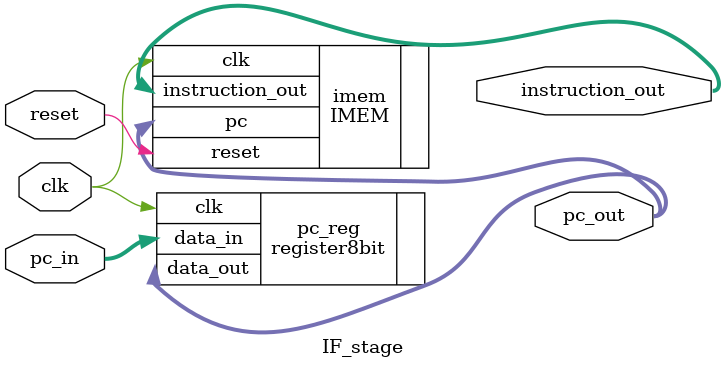
<source format=v>
module IF_stage (
    input [7:0] pc_in,
    input       clk,
    input       reset,
    
    output [31:0] instruction_out,
    output [7:0]  pc_out
);
    IMEM imem(.pc(pc_out), .instruction_out(instruction_out), .reset(reset), .clk(clk));
    register8bit pc_reg(.data_in(pc_in), .data_out(pc_out), .clk(clk));
endmodule
</source>
